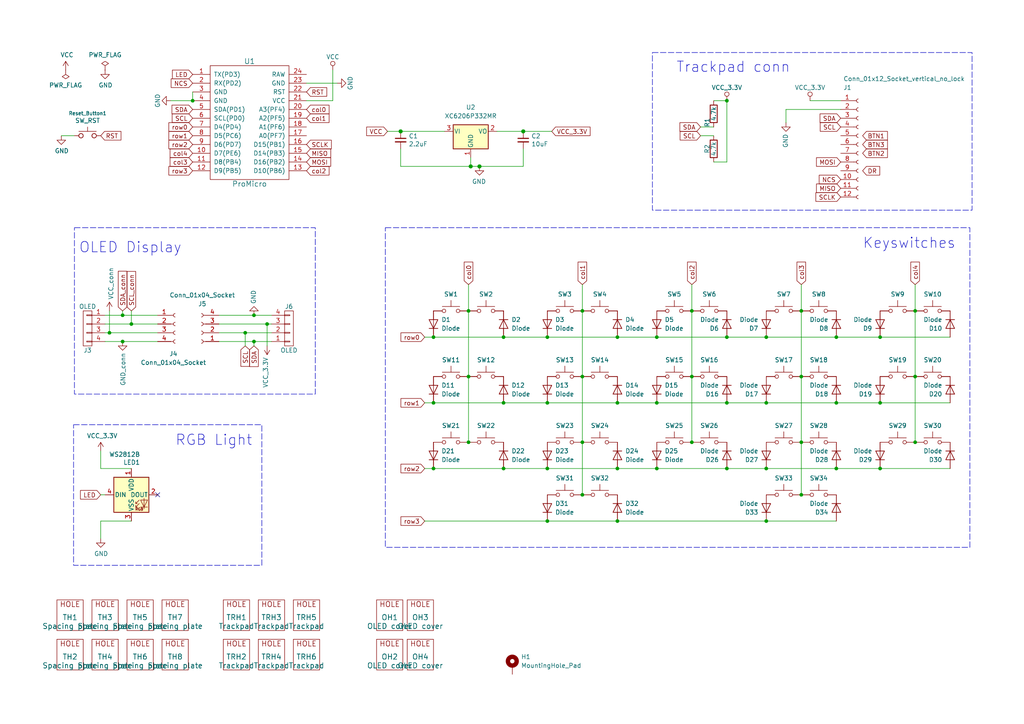
<source format=kicad_sch>
(kicad_sch (version 20231120) (generator "eeschema") (generator_version "8.0")
  (paper "A4")
  (lib_symbols
    (symbol "Connector:Conn_01x04_Socket" (pin_names (offset 1.016) hide)
      (property "Reference" "J" (at 0 5.08 0))
      (property "Value" "Conn_01x04_Socket" (at 0 -7.62 0))
      (symbol "Conn_01x04_Socket_1_1"
        (pin passive line (at -5.08 2.54 0) (length 3.81) (name "Pin_1") (number "1"))
        (pin passive line (at -5.08 0 0) (length 3.81) (name "Pin_2") (number "2"))
        (pin passive line (at -5.08 -2.54 0) (length 3.81) (name "Pin_3") (number "3"))
        (pin passive line (at -5.08 -5.08 0) (length 3.81) (name "Pin_4") (number "4"))
      )
    )
    (symbol "Connector:Conn_01x12_Socket" (pin_names (offset 1.016) hide)
      (property "Reference" "J" (at 0 15.24 0))
      (property "Value" "Conn_01x12_Socket" (at 0 -17.78 0))
      (symbol "Conn_01x12_Socket_1_1"
        (pin passive line (at -5.08 12.7 0) (length 3.81) (name "Pin_1") (number "1"))
        (pin passive line (at -5.08 -10.16 0) (length 3.81) (name "Pin_10") (number "10"))
        (pin passive line (at -5.08 -12.7 0) (length 3.81) (name "Pin_11") (number "11"))
        (pin passive line (at -5.08 -15.24 0) (length 3.81) (name "Pin_12") (number "12"))
        (pin passive line (at -5.08 10.16 0) (length 3.81) (name "Pin_2") (number "2"))
        (pin passive line (at -5.08 7.62 0) (length 3.81) (name "Pin_3") (number "3"))
        (pin passive line (at -5.08 5.08 0) (length 3.81) (name "Pin_4") (number "4"))
        (pin passive line (at -5.08 2.54 0) (length 3.81) (name "Pin_5") (number "5"))
        (pin passive line (at -5.08 0 0) (length 3.81) (name "Pin_6") (number "6"))
        (pin passive line (at -5.08 -2.54 0) (length 3.81) (name "Pin_7") (number "7"))
        (pin passive line (at -5.08 -5.08 0) (length 3.81) (name "Pin_8") (number "8"))
        (pin passive line (at -5.08 -7.62 0) (length 3.81) (name "Pin_9") (number "9"))
      )
    )
    (symbol "Device:C_Small" (pin_numbers hide) (pin_names (offset 0.254) hide)
      (property "Reference" "C" (at 0.254 1.778 0))
      (property "Value" "C_Small" (at 0.254 -2.032 0))
      (symbol "C_Small_1_1"
        (pin passive line (at 0 2.54 270) (length 2.032) (name "~") (number "1"))
        (pin passive line (at 0 -2.54 90) (length 2.032) (name "~") (number "2"))
      )
    )
    (symbol "Device:R" (pin_numbers hide) (pin_names (offset 0))
      (property "Reference" "R" (at 2.032 0 90))
      (property "Value" "R" (at 0 0 90))
      (symbol "R_1_1"
        (pin passive line (at 0 3.81 270) (length 1.27) (name "~") (number "1"))
        (pin passive line (at 0 -3.81 90) (length 1.27) (name "~") (number "2"))
      )
    )
    (symbol "LED:WS2812B" (pin_names (offset 0.254))
      (property "Reference" "D" (at 5.08 5.715 0))
      (property "Value" "WS2812B" (at 1.27 -5.715 0))
      (symbol "WS2812B_0_0"
        (text "RGB" (at 2.286 -4.191 0) (effects (font (size 0.762 0.762))))
      )
      (symbol "WS2812B_1_1"
        (pin power_in line (at 0 7.62 270) (length 2.54) (name "VDD") (number "1"))
        (pin output line (at 7.62 0 180) (length 2.54) (name "DOUT") (number "2"))
        (pin power_in line (at 0 -7.62 90) (length 2.54) (name "VSS") (number "3"))
        (pin input line (at -7.62 0 0) (length 2.54) (name "DIN") (number "4"))
      )
    )
    (symbol "Mechanical:MountingHole_Pad" (pin_numbers hide) (pin_names (offset 1.016) hide) (exclude_from_sim yes) (in_bom no)
      (property "Reference" "H" (at 0 6.35 0))
      (property "Value" "MountingHole_Pad" (at 0 4.445 0))
      (symbol "MountingHole_Pad_1_1"
        (pin input line (at 0 -2.54 90) (length 2.54) (name "1") (number "1"))
      )
    )
    (symbol "Regulator_Linear:XC6206PxxxMR" (pin_names (offset 0.254))
      (property "Reference" "U" (at -3.81 3.175 0))
      (property "Value" "XC6206PxxxMR" (at 0 3.175 0))
      (symbol "XC6206PxxxMR_1_1"
        (pin power_in line (at 0 -7.62 90) (length 2.54) (name "GND") (number "1"))
        (pin power_out line (at 7.62 0 180) (length 2.54) (name "VO") (number "2"))
        (pin power_in line (at -7.62 0 0) (length 2.54) (name "VI") (number "3"))
      )
    )
    (symbol "SofleKeyboard-rescue:D-Lily58-cache-Lily58_Pro-rescue" (pin_numbers hide) (pin_names (offset 1.016) hide)
      (property "Reference" "D" (at 0 2.54 0))
      (property "Value" "D-Lily58-cache-Lily58_Pro-rescue" (at 0 -2.54 0))
      (symbol "D-Lily58-cache-Lily58_Pro-rescue_1_1"
        (pin passive line (at -3.81 0 0) (length 2.54) (name "K") (number "1"))
        (pin passive line (at 3.81 0 180) (length 2.54) (name "A") (number "2"))
      )
    )
    (symbol "SofleKeyboard-rescue:GND-Lily58-cache-Lily58_Pro-rescue" (power) (pin_names (offset 0))
      (property "Value" "GND-Lily58-cache-Lily58_Pro-rescue" (at 0 -3.81 0))
      (symbol "GND-Lily58-cache-Lily58_Pro-rescue_1_1"
        (pin power_in line (at 0 0 0) (length 0) hide (name "GND") (number "1"))
      )
    )
    (symbol "SofleKeyboard-rescue:HOLE-Lily58-cache-Lily58_Pro-rescue" (pin_names (offset 1.016))
      (property "Reference" "U" (at 0 0 0))
      (property "Value" "HOLE-Lily58-cache-Lily58_Pro-rescue" (at 0 -5.08 0))
      (symbol "HOLE-Lily58-cache-Lily58_Pro-rescue_0_0"
        (text "HOLE" (at 0 3.81 0) (effects (font (size 1.524 1.524))))
      )
    )
    (symbol "SofleKeyboard-rescue:OLED-Lily58-cache-Lily58_Pro-rescue" (pin_names (offset 1.016) hide)
      (property "Reference" "J" (at 0 6.35 0))
      (property "Value" "OLED-Lily58-cache-Lily58_Pro-rescue" (at 2.54 0 90))
      (symbol "OLED-Lily58-cache-Lily58_Pro-rescue_1_1"
        (pin passive line (at -5.08 3.81 0) (length 3.81) (name "P1") (number "1"))
        (pin passive line (at -5.08 1.27 0) (length 3.81) (name "P2") (number "2"))
        (pin passive line (at -5.08 -1.27 0) (length 3.81) (name "P3") (number "3"))
        (pin passive line (at -5.08 -3.81 0) (length 3.81) (name "P4") (number "4"))
      )
    )
    (symbol "SofleKeyboard-rescue:ProMicro_2-Lily58-cache-Lily58_Pro-rescue" (pin_names (offset 1.016))
      (property "Reference" "U" (at 0 17.78 0))
      (property "Value" "ProMicro_2-Lily58-cache-Lily58_Pro-rescue" (at 0 -17.78 0))
      (symbol "ProMicro_2-Lily58-cache-Lily58_Pro-rescue_1_1"
        (pin input line (at -16.51 13.97 0) (length 5.08) (name "TX(PD3)") (number "1"))
        (pin input line (at -16.51 -8.89 0) (length 5.08) (name "D7(PE6)") (number "10"))
        (pin input line (at -16.51 -11.43 0) (length 5.08) (name "D8(PB4)") (number "11"))
        (pin input line (at -16.51 -13.97 0) (length 5.08) (name "D9(PB5)") (number "12"))
        (pin input line (at 16.51 -13.97 180) (length 5.08) (name "D10(PB6)") (number "13"))
        (pin input line (at 16.51 -11.43 180) (length 5.08) (name "D16(PB2)") (number "14"))
        (pin input line (at 16.51 -8.89 180) (length 5.08) (name "D14(PB3)") (number "15"))
        (pin input line (at 16.51 -6.35 180) (length 5.08) (name "D15(PB1)") (number "16"))
        (pin input line (at 16.51 -3.81 180) (length 5.08) (name "A0(PF7)") (number "17"))
        (pin input line (at 16.51 -1.27 180) (length 5.08) (name "A1(PF6)") (number "18"))
        (pin input line (at 16.51 1.27 180) (length 5.08) (name "A2(PF5)") (number "19"))
        (pin input line (at -16.51 11.43 0) (length 5.08) (name "RX(PD2)") (number "2"))
        (pin input line (at 16.51 3.81 180) (length 5.08) (name "A3(PF4)") (number "20"))
        (pin input line (at 16.51 6.35 180) (length 5.08) (name "VCC") (number "21"))
        (pin input line (at 16.51 8.89 180) (length 5.08) (name "RST") (number "22"))
        (pin input line (at 16.51 11.43 180) (length 5.08) (name "GND") (number "23"))
        (pin input line (at 16.51 13.97 180) (length 5.08) (name "RAW") (number "24"))
        (pin input line (at -16.51 8.89 0) (length 5.08) (name "GND") (number "3"))
        (pin input line (at -16.51 6.35 0) (length 5.08) (name "GND") (number "4"))
        (pin input line (at -16.51 3.81 0) (length 5.08) (name "SDA(PD1)") (number "5"))
        (pin input line (at -16.51 1.27 0) (length 5.08) (name "SCL(PD0)") (number "6"))
        (pin input line (at -16.51 -1.27 0) (length 5.08) (name "D4(PD4)") (number "7"))
        (pin input line (at -16.51 -3.81 0) (length 5.08) (name "D5(PC6)") (number "8"))
        (pin input line (at -16.51 -6.35 0) (length 5.08) (name "D6(PD7)") (number "9"))
      )
    )
    (symbol "SofleKeyboard-rescue:SW_RST-Lily58-cache-Lily58_Pro-rescue" (pin_numbers hide) (pin_names (offset 1.016) hide)
      (property "Reference" "RSW" (at 2.54 2.54 0))
      (property "Value" "SW_RST-Lily58-cache-Lily58_Pro-rescue" (at 0 -2.54 0))
      (symbol "SW_RST-Lily58-cache-Lily58_Pro-rescue_0_1"
        (pin passive inverted (at -3.81 0 0) (length 2.54) (name "1") (number "1"))
        (pin passive inverted (at 3.81 0 180) (length 2.54) (name "2") (number "2"))
      )
    )
    (symbol "SofleKeyboard-rescue:VCC-Lily58-cache-Lily58_Pro-rescue" (power) (pin_names (offset 0))
      (property "Value" "VCC-Lily58-cache-Lily58_Pro-rescue" (at 0 3.81 0))
      (symbol "VCC-Lily58-cache-Lily58_Pro-rescue_1_1"
        (pin power_in line (at 0 0 90) (length 0) hide (name "VCC") (number "1"))
      )
    )
    (symbol "Switch:SW_Push" (pin_numbers hide) (pin_names (offset 1.016) hide)
      (property "Reference" "SW" (at 1.27 2.54 0))
      (property "Value" "SW_Push" (at 0 -1.524 0))
      (symbol "SW_Push_0_1"
        (pin passive line (at -5.08 0 0) (length 2.54) (name "1") (number "1"))
        (pin passive line (at 5.08 0 180) (length 2.54) (name "2") (number "2"))
      )
    )
    (symbol "power:GND" (power) (pin_names (offset 0))
      (property "Value" "GND" (at 0 -3.81 0))
      (symbol "GND_1_1"
        (pin power_in line (at 0 0 270) (length 0) hide (name "GND") (number "1"))
      )
    )
    (symbol "power:PWR_FLAG" (power) (pin_numbers hide) (pin_names (offset 0) hide)
      (property "Value" "PWR_FLAG" (at 0 3.81 0))
      (symbol "PWR_FLAG_0_0"
        (pin power_out line (at 0 0 90) (length 0) (name "pwr") (number "1"))
      )
    )
    (symbol "power:VCC" (power) (pin_names (offset 0))
      (property "Value" "VCC" (at 0 3.81 0))
      (symbol "VCC_1_1"
        (pin power_in line (at 0 0 90) (length 0) hide (name "VCC") (number "1"))
      )
    )
  )
  (junction (at 35.56 91.44))
  (junction (at 232.41 143.51))
  (junction (at 135.89 128.27))
  (junction (at 125.73 116.84))
  (junction (at 125.73 97.79))
  (junction (at 77.47 93.98))
  (junction (at 200.66 90.17))
  (junction (at 146.05 116.84))
  (junction (at 232.41 90.17))
  (junction (at 38.1 93.98))
  (junction (at 210.82 29.21))
  (junction (at 232.41 128.27))
  (junction (at 139.065 48.26) (diameter 1.016))
  (junction (at 265.43 128.27))
  (junction (at 190.5 97.79))
  (junction (at 222.25 97.79))
  (junction (at 179.07 135.89))
  (junction (at 265.43 90.17))
  (junction (at 190.5 135.89))
  (junction (at 179.07 151.13))
  (junction (at 242.57 97.79))
  (junction (at 179.07 97.79))
  (junction (at 55.88 29.21))
  (junction (at 255.27 97.79))
  (junction (at 222.25 151.13))
  (junction (at 158.75 116.84))
  (junction (at 158.75 135.89))
  (junction (at 116.205 38.1) (diameter 1.016))
  (junction (at 35.56 99.06))
  (junction (at 190.5 116.84))
  (junction (at 200.66 128.27))
  (junction (at 242.57 135.89))
  (junction (at 146.05 135.89))
  (junction (at 210.82 97.79))
  (junction (at 255.27 135.89))
  (junction (at 146.05 97.79))
  (junction (at 222.25 116.84))
  (junction (at 125.73 135.89))
  (junction (at 210.82 135.89))
  (junction (at 158.75 97.79))
  (junction (at 179.07 116.84))
  (junction (at 136.525 48.26) (diameter 1.016))
  (junction (at 265.43 109.22))
  (junction (at 73.66 91.44))
  (junction (at 168.91 128.27))
  (junction (at 242.57 116.84))
  (junction (at 168.91 143.51))
  (junction (at 255.27 116.84))
  (junction (at 135.89 109.22))
  (junction (at 158.75 151.13))
  (junction (at 200.66 109.22))
  (junction (at 135.89 90.17))
  (junction (at 168.91 90.17))
  (junction (at 210.82 116.84))
  (junction (at 151.765 38.1) (diameter 1.016))
  (junction (at 31.75 96.52))
  (junction (at 222.25 135.89))
  (junction (at 168.91 109.22))
  (junction (at 232.41 109.22))
  (junction (at 73.66 99.06))
  (junction (at 71.12 96.52))
  (no_connect (at 45.72 143.51))
  (wire (pts (xy 146.05 135.89) (xy 158.75 135.89)))
  (wire (pts (xy 29.21 135.89) (xy 38.1 135.89)))
  (wire (pts (xy 222.25 116.84) (xy 210.82 116.84)))
  (wire (pts (xy 35.56 91.44) (xy 45.72 91.44)))
  (wire (pts (xy 275.59 135.89) (xy 255.27 135.89)))
  (wire (pts (xy 30.48 93.98) (xy 38.1 93.98)))
  (wire (pts (xy 78.74 99.06) (xy 73.66 99.06)))
  (wire (pts (xy 168.91 109.22) (xy 168.91 128.27)))
  (wire (pts (xy 275.59 116.84) (xy 255.27 116.84)))
  (wire (pts (xy 144.145 38.1) (xy 151.765 38.1)))
  (wire (pts (xy 38.1 93.98) (xy 45.72 93.98)))
  (wire (pts (xy 125.73 135.89) (xy 146.05 135.89)))
  (wire (pts (xy 190.5 116.84) (xy 210.82 116.84)))
  (wire (pts (xy 255.27 97.79) (xy 242.57 97.79)))
  (wire (pts (xy 29.21 130.81) (xy 29.21 135.89)))
  (wire (pts (xy 207.01 46.99) (xy 210.82 46.99)))
  (wire (pts (xy 200.66 109.22) (xy 200.66 128.27)))
  (wire (pts (xy 123.19 135.89) (xy 125.73 135.89)))
  (wire (pts (xy 29.21 143.51) (xy 30.48 143.51)))
  (wire (pts (xy 38.1 90.17) (xy 38.1 93.98)))
  (wire (pts (xy 242.57 116.84) (xy 222.25 116.84)))
  (wire (pts (xy 77.47 100.33) (xy 77.47 93.98)))
  (wire (pts (xy 125.73 116.84) (xy 146.05 116.84)))
  (wire (pts (xy 158.75 97.79) (xy 179.07 97.79)))
  (wire (pts (xy 123.19 97.79) (xy 125.73 97.79)))
  (wire (pts (xy 96.52 20.32) (xy 96.52 29.21)))
  (wire (pts (xy 135.89 82.55) (xy 135.89 90.17)))
  (wire (pts (xy 116.205 48.26) (xy 136.525 48.26)))
  (wire (pts (xy 77.47 93.98) (xy 63.5 93.98)))
  (wire (pts (xy 200.66 90.17) (xy 200.66 109.22)))
  (wire (pts (xy 88.9 29.21) (xy 96.52 29.21)))
  (wire (pts (xy 31.75 90.17) (xy 31.75 96.52)))
  (wire (pts (xy 30.48 91.44) (xy 35.56 91.44)))
  (wire (pts (xy 265.43 90.17) (xy 265.43 109.22)))
  (wire (pts (xy 78.74 96.52) (xy 71.12 96.52)))
  (wire (pts (xy 31.75 96.52) (xy 45.72 96.52)))
  (wire (pts (xy 179.07 116.84) (xy 190.5 116.84)))
  (wire (pts (xy 71.12 96.52) (xy 63.5 96.52)))
  (wire (pts (xy 29.21 151.13) (xy 29.21 156.21)))
  (wire (pts (xy 73.66 91.44) (xy 63.5 91.44)))
  (wire (pts (xy 55.88 26.67) (xy 55.88 29.21)))
  (wire (pts (xy 227.965 35.56) (xy 227.965 31.75)))
  (wire (pts (xy 146.05 97.79) (xy 158.75 97.79)))
  (wire (pts (xy 232.41 82.55) (xy 232.41 90.17)))
  (wire (pts (xy 190.5 97.79) (xy 210.82 97.79)))
  (wire (pts (xy 275.59 97.79) (xy 255.27 97.79)))
  (wire (pts (xy 125.73 97.79) (xy 146.05 97.79)))
  (wire (pts (xy 139.065 48.26) (xy 151.765 48.26)))
  (wire (pts (xy 71.12 100.33) (xy 71.12 96.52)))
  (wire (pts (xy 135.89 90.17) (xy 135.89 109.22)))
  (wire (pts (xy 146.05 116.84) (xy 158.75 116.84)))
  (wire (pts (xy 78.74 93.98) (xy 77.47 93.98)))
  (wire (pts (xy 168.91 90.17) (xy 168.91 109.22)))
  (wire (pts (xy 227.965 31.75) (xy 243.84 31.75)))
  (wire (pts (xy 203.2 36.83) (xy 207.01 36.83)))
  (wire (pts (xy 158.75 116.84) (xy 179.07 116.84)))
  (wire (pts (xy 151.765 38.1) (xy 160.02 38.1)))
  (wire (pts (xy 242.57 151.13) (xy 222.25 151.13)))
  (wire (pts (xy 232.41 128.27) (xy 232.41 143.51)))
  (wire (pts (xy 55.88 29.21) (xy 49.53 29.21)))
  (wire (pts (xy 78.74 91.44) (xy 73.66 91.44)))
  (wire (pts (xy 265.43 82.55) (xy 265.43 90.17)))
  (wire (pts (xy 30.48 96.52) (xy 31.75 96.52)))
  (wire (pts (xy 136.525 48.26) (xy 139.065 48.26)))
  (wire (pts (xy 73.66 99.06) (xy 63.5 99.06)))
  (wire (pts (xy 35.56 99.06) (xy 45.72 99.06)))
  (wire (pts (xy 135.89 109.22) (xy 135.89 128.27)))
  (wire (pts (xy 210.82 29.21) (xy 210.82 46.99)))
  (wire (pts (xy 232.41 90.17) (xy 232.41 109.22)))
  (wire (pts (xy 234.95 29.21) (xy 243.84 29.21)))
  (wire (pts (xy 168.91 82.55) (xy 168.91 90.17)))
  (wire (pts (xy 179.07 135.89) (xy 190.5 135.89)))
  (wire (pts (xy 222.25 135.89) (xy 210.82 135.89)))
  (wire (pts (xy 123.19 116.84) (xy 125.73 116.84)))
  (wire (pts (xy 116.205 38.1) (xy 128.905 38.1)))
  (wire (pts (xy 255.27 116.84) (xy 242.57 116.84)))
  (wire (pts (xy 200.66 82.55) (xy 200.66 90.17)))
  (wire (pts (xy 35.56 90.17) (xy 35.56 91.44)))
  (wire (pts (xy 179.07 151.13) (xy 222.25 151.13)))
  (wire (pts (xy 112.395 38.1) (xy 116.205 38.1)))
  (wire (pts (xy 242.57 97.79) (xy 222.25 97.79)))
  (wire (pts (xy 116.205 43.18) (xy 116.205 48.26)))
  (wire (pts (xy 158.75 135.89) (xy 179.07 135.89)))
  (wire (pts (xy 207.01 29.21) (xy 210.82 29.21)))
  (wire (pts (xy 158.75 151.13) (xy 179.07 151.13)))
  (wire (pts (xy 123.19 151.13) (xy 158.75 151.13)))
  (wire (pts (xy 136.525 45.72) (xy 136.525 48.26)))
  (wire (pts (xy 88.9 24.13) (xy 97.79 24.13)))
  (wire (pts (xy 29.21 151.13) (xy 38.1 151.13)))
  (wire (pts (xy 73.66 100.33) (xy 73.66 99.06)))
  (wire (pts (xy 179.07 97.79) (xy 190.5 97.79)))
  (wire (pts (xy 151.765 43.18) (xy 151.765 48.26)))
  (wire (pts (xy 190.5 135.89) (xy 210.82 135.89)))
  (wire (pts (xy 17.78 39.37) (xy 21.59 39.37)))
  (wire (pts (xy 30.48 99.06) (xy 35.56 99.06)))
  (wire (pts (xy 222.25 97.79) (xy 210.82 97.79)))
  (wire (pts (xy 242.57 135.89) (xy 222.25 135.89)))
  (wire (pts (xy 232.41 109.22) (xy 232.41 128.27)))
  (wire (pts (xy 203.2 39.37) (xy 207.01 39.37)))
  (wire (pts (xy 265.43 109.22) (xy 265.43 128.27)))
  (wire (pts (xy 255.27 135.89) (xy 242.57 135.89)))
  (wire (pts (xy 168.91 128.27) (xy 168.91 143.51)))
  (rectangle (start 111.76 66.04) (end 281.305 158.75) (stroke (width 0) (type dash)))
  (rectangle (start 21.59 66.04) (end 91.44 114.3) (stroke (width 0) (type dash)))
  (rectangle (start 189.23 15.24) (end 281.94 60.96) (stroke (width 0) (type dash)))
  (rectangle (start 21.336 123.19) (end 75.946 163.957) (stroke (width 0) (type dash)))
  (text "RGB Light" (at 50.8 129.54 0) (effects (font (size 2.9972 2.9972)) (justify left bottom)))
  (text "Trackpad conn" (at 196.088 21.336 0) (effects (font (size 2.9972 2.9972)) (justify left bottom)))
  (text "OLED Display" (at 22.86 73.66 0) (effects (font (size 2.9972 2.9972)) (justify left bottom)))
  (text "Keyswitches" (at 250.19 72.39 0) (effects (font (size 2.9972 2.9972)) (justify left bottom)))
  (global_label "row0" (shape input) (at 55.88 36.83 180) (property "Intersheetrefs" "${INTERSHEET_REFS}" (effects (hide yes))))
  (global_label "row1" (shape input) (at 55.88 39.37 180) (property "Intersheetrefs" "${INTERSHEET_REFS}" (effects (hide yes))))
  (global_label "row0" (shape input) (at 123.19 97.79 180) (property "Intersheetrefs" "${INTERSHEET_REFS}" (effects (hide yes))))
  (global_label "RST" (shape input) (at 88.9 26.67 0) (property "Intersheetrefs" "${INTERSHEET_REFS}" (effects (hide yes))))
  (global_label "col3" (shape input) (at 55.88 46.99 180) (property "Intersheetrefs" "${INTERSHEET_REFS}" (effects (hide yes))))
  (global_label "col1" (shape input) (at 168.91 82.55 90) (property "Intersheetrefs" "${INTERSHEET_REFS}" (effects (hide yes))))
  (global_label "NCS" (shape input) (at 243.84 52.07 180) (property "Intersheetrefs" "${INTERSHEET_REFS}" (effects (hide yes))))
  (global_label "SDA" (shape input) (at 243.84 34.29 180) (property "Intersheetrefs" "${INTERSHEET_REFS}" (effects (hide yes))))
  (global_label "row2" (shape input) (at 123.19 135.89 180) (property "Intersheetrefs" "${INTERSHEET_REFS}" (effects (hide yes))))
  (global_label "LED" (shape input) (at 29.21 143.51 180) (property "Intersheetrefs" "${INTERSHEET_REFS}" (effects (hide yes))))
  (global_label "BTN3" (shape input) (at 250.19 41.91 0) (property "Intersheetrefs" "${INTERSHEET_REFS}" (effects (hide yes))))
  (global_label "col2" (shape input) (at 200.66 82.55 90) (property "Intersheetrefs" "${INTERSHEET_REFS}" (effects (hide yes))))
  (global_label "row3" (shape input) (at 123.19 151.13 180) (property "Intersheetrefs" "${INTERSHEET_REFS}" (effects (hide yes))))
  (global_label "col4" (shape input) (at 55.88 44.45 180) (property "Intersheetrefs" "${INTERSHEET_REFS}" (effects (hide yes))))
  (global_label "VCC" (shape input) (at 112.395 38.1 180) (property "Intersheetrefs" "${INTERSHEET_REFS}" (effects (hide yes))))
  (global_label "MISO" (shape input) (at 88.9 44.45 0) (property "Intersheetrefs" "${INTERSHEET_REFS}" (effects (hide yes))))
  (global_label "SCLK" (shape input) (at 88.9 41.91 0) (property "Intersheetrefs" "${INTERSHEET_REFS}" (effects (hide yes))))
  (global_label "SDA" (shape input) (at 203.2 36.83 180) (property "Intersheetrefs" "${INTERSHEET_REFS}" (effects (hide yes))))
  (global_label "NCS" (shape input) (at 55.88 24.13 180) (property "Intersheetrefs" "${INTERSHEET_REFS}" (effects (hide yes))))
  (global_label "col0" (shape input) (at 88.9 31.75 0) (property "Intersheetrefs" "${INTERSHEET_REFS}" (effects (hide yes))))
  (global_label "SDA_conn" (shape input) (at 35.56 90.17 90) (property "Intersheetrefs" "${INTERSHEET_REFS}" (effects (hide yes))))
  (global_label "row2" (shape input) (at 55.88 41.91 180) (property "Intersheetrefs" "${INTERSHEET_REFS}" (effects (hide yes))))
  (global_label "col1" (shape input) (at 88.9 34.29 0) (property "Intersheetrefs" "${INTERSHEET_REFS}" (effects (hide yes))))
  (global_label "col2" (shape input) (at 88.9 49.53 0) (property "Intersheetrefs" "${INTERSHEET_REFS}" (effects (hide yes))))
  (global_label "row1" (shape input) (at 123.19 116.84 180) (property "Intersheetrefs" "${INTERSHEET_REFS}" (effects (hide yes))))
  (global_label "BTN2" (shape input) (at 250.19 44.45 0) (property "Intersheetrefs" "${INTERSHEET_REFS}" (effects (hide yes))))
  (global_label "VCC_3.3V" (shape input) (at 160.02 38.1 0) (property "Intersheetrefs" "${INTERSHEET_REFS}" (effects (hide yes))))
  (global_label "SCL" (shape input) (at 71.12 100.33 270) (property "Intersheetrefs" "${INTERSHEET_REFS}" (effects (hide yes))))
  (global_label "SDA" (shape input) (at 55.88 31.75 180) (property "Intersheetrefs" "${INTERSHEET_REFS}" (effects (hide yes))))
  (global_label "col4" (shape input) (at 265.43 82.55 90) (property "Intersheetrefs" "${INTERSHEET_REFS}" (effects (hide yes))))
  (global_label "col3" (shape input) (at 232.41 82.55 90) (property "Intersheetrefs" "${INTERSHEET_REFS}" (effects (hide yes))))
  (global_label "row3" (shape input) (at 55.88 49.53 180) (property "Intersheetrefs" "${INTERSHEET_REFS}" (effects (hide yes))))
  (global_label "BTN1" (shape input) (at 250.19 39.37 0) (property "Intersheetrefs" "${INTERSHEET_REFS}" (effects (hide yes))))
  (global_label "MISO" (shape input) (at 243.84 54.61 180) (property "Intersheetrefs" "${INTERSHEET_REFS}" (effects (hide yes))))
  (global_label "col0" (shape input) (at 135.89 82.55 90) (property "Intersheetrefs" "${INTERSHEET_REFS}" (effects (hide yes))))
  (global_label "SCL_conn" (shape input) (at 38.1 90.17 90) (property "Intersheetrefs" "${INTERSHEET_REFS}" (effects (hide yes))))
  (global_label "RST" (shape input) (at 29.21 39.37 0) (property "Intersheetrefs" "${INTERSHEET_REFS}" (effects (hide yes))))
  (global_label "SCL" (shape input) (at 55.88 34.29 180) (property "Intersheetrefs" "${INTERSHEET_REFS}" (effects (hide yes))))
  (global_label "SCLK" (shape input) (at 243.84 57.15 180) (property "Intersheetrefs" "${INTERSHEET_REFS}" (effects (hide yes))))
  (global_label "SCL" (shape input) (at 203.2 39.37 180) (property "Intersheetrefs" "${INTERSHEET_REFS}" (effects (hide yes))))
  (global_label "SDA" (shape input) (at 73.66 100.33 270) (property "Intersheetrefs" "${INTERSHEET_REFS}" (effects (hide yes))))
  (global_label "MOSI" (shape input) (at 243.84 46.99 180) (property "Intersheetrefs" "${INTERSHEET_REFS}" (effects (hide yes))))
  (global_label "MOSI" (shape input) (at 88.9 46.99 0) (property "Intersheetrefs" "${INTERSHEET_REFS}" (effects (hide yes))))
  (global_label "DR" (shape input) (at 250.19 49.53 0) (property "Intersheetrefs" "${INTERSHEET_REFS}" (effects (hide yes))))
  (global_label "LED" (shape input) (at 55.88 21.59 180) (property "Intersheetrefs" "${INTERSHEET_REFS}" (effects (hide yes))))
  (global_label "SCL" (shape input) (at 243.84 36.83 180) (property "Intersheetrefs" "${INTERSHEET_REFS}" (effects (hide yes))))
  (symbol (lib_id "SofleKeyboard-rescue:ProMicro_2-Lily58-cache-Lily58_Pro-rescue") (at 72.39 35.56 0) (unit 1)
    (property "Reference" "U1" (at 72.39 17.78 0) (effects (font (size 1.524 1.524))))
    (property "Value" "ProMicro" (at 72.39 53.34 0) (effects (font (size 1.524 1.524))))
    (property "Footprint" "jw_custom_footprints:ProMicro_1.1mm_hole_only" (effects (hide yes)))
  )
  (symbol (lib_id "Switch:SW_Push") (at 140.97 128.27 0) (unit 1)
    (property "Reference" "SW22" (at 140.97 123.444 0))
    (property "Value" "${REFERENCE}" (effects (hide yes)))
    (property "Footprint" "jw_custom_footprints:CherryMX_Hotswap_single_side" (effects (hide yes)))
  )
  (symbol (lib_id "power:VCC") (at 19.05 20.32 0) (unit 1)
    (property "Reference" "#PWR01" (effects (hide yes)))
    (property "Value" "VCC" (at 19.431 15.9258 0))
  )
  (symbol (lib_id "SofleKeyboard-rescue:SW_RST-Lily58-cache-Lily58_Pro-rescue") (at 25.4 39.37 0) (unit 1)
    (property "Reference" "Reset_Button1" (at 25.4 32.8676 0) (effects (font (size 1.016 1.016))))
    (property "Value" "SW_RST" (at 25.4 34.9758 0))
    (property "Footprint" "Button_Switch_SMD:SW_SPST_TL3342" (effects (hide yes)))
  )
  (symbol (lib_id "SofleKeyboard-rescue:D-Lily58-cache-Lily58_Pro-rescue") (at 158.75 113.03 90) (unit 1)
    (property "Reference" "D13" (at 161.036 111.76 90) (effects (justify right)))
    (property "Value" "Diode" (at 161.036 114.3 90) (effects (justify right)))
    (property "Footprint" "jw_custom_footprints:Diode_SOD123_SMD" (effects (hide yes)))
  )
  (symbol (lib_id "SofleKeyboard-rescue:D-Lily58-cache-Lily58_Pro-rescue") (at 222.25 93.98 90) (unit 1)
    (property "Reference" "D7" (at 219.964 95.25 90) (effects (justify left)))
    (property "Value" "Diode" (at 219.964 92.71 90) (effects (justify left)))
    (property "Footprint" "jw_custom_footprints:Diode_SOD123_SMD" (effects (hide yes)))
  )
  (symbol (lib_id "SofleKeyboard-rescue:HOLE-Lily58-cache-Lily58_Pro-rescue") (at 78.74 190.5 0) (unit 1)
    (property "Reference" "TRH4" (at 78.74 190.5 0) (effects (font (size 1.524 1.524))))
    (property "Value" "Trackpad" (at 78.74 193.04 0) (effects (font (size 1.524 1.524))))
    (property "Footprint" "MountingHole:MountingHole_3.2mm_M3" (effects (hide yes)))
  )
  (symbol (lib_id "Switch:SW_Push") (at 270.51 128.27 0) (unit 1)
    (property "Reference" "SW30" (at 270.51 123.444 0))
    (property "Value" "${REFERENCE}" (effects (hide yes)))
    (property "Footprint" "jw_custom_footprints:CherryMX_Hotswap_single_side" (effects (hide yes)))
  )
  (symbol (lib_id "Device:R") (at 207.01 33.02 180) (unit 1)
    (property "Reference" "R1" (at 205.105 35.56 90))
    (property "Value" "4.7k" (at 207.01 33.02 90))
    (property "Footprint" "Resistor_SMD:R_1206_3216Metric_Pad1.30x1.75mm_HandSolder" (effects (hide yes)))
    (property "LCSC" "C269746" (effects (hide yes)))
  )
  (symbol (lib_id "SofleKeyboard-rescue:D-Lily58-cache-Lily58_Pro-rescue") (at 222.25 113.03 90) (unit 1)
    (property "Reference" "D17" (at 219.964 114.3 90) (effects (justify left)))
    (property "Value" "Diode" (at 219.964 111.76 90) (effects (justify left)))
    (property "Footprint" "jw_custom_footprints:Diode_SOD123_SMD" (effects (hide yes)))
  )
  (symbol (lib_id "SofleKeyboard-rescue:D-Lily58-cache-Lily58_Pro-rescue") (at 179.07 93.98 270) (unit 1)
    (property "Reference" "D4" (at 181.356 92.71 90) (effects (justify left)))
    (property "Value" "Diode" (at 181.356 95.25 90) (effects (justify left)))
    (property "Footprint" "jw_custom_footprints:Diode_SOD123_SMD" (effects (hide yes)))
  )
  (symbol (lib_id "Device:R") (at 207.01 43.18 0) (unit 1)
    (property "Reference" "R2" (at 205.105 43.18 90))
    (property "Value" "4.7k" (at 207.01 43.18 90))
    (property "Footprint" "Resistor_SMD:R_1206_3216Metric_Pad1.30x1.75mm_HandSolder" (effects (hide yes)))
    (property "LCSC" "C269746" (effects (hide yes)))
  )
  (symbol (lib_id "Mechanical:MountingHole_Pad") (at 148.59 193.04 0) (unit 1) (exclude_from_sim yes) (in_bom no)
    (property "Reference" "H1" (at 151.13 190.4999 0) (effects (justify left)))
    (property "Value" "MountingHole_Pad" (at 151.13 193.0399 0) (effects (justify left)))
    (property "Footprint" "jw_custom_image:square_1" (effects (hide yes)))
    (property "Description" "Mounting Hole with connection" (effects (hide yes)))
  )
  (symbol (lib_id "SofleKeyboard-rescue:VCC-Lily58-cache-Lily58_Pro-rescue") (at 96.52 20.32 0) (unit 1)
    (property "Reference" "#PWR014" (effects (hide yes)))
    (property "Value" "VCC" (at 96.52 16.51 0))
  )
  (symbol (lib_id "power:GND") (at 30.48 20.32 0) (unit 1)
    (property "Reference" "#PWR02" (effects (hide yes)))
    (property "Value" "GND" (at 30.607 24.7142 0))
  )
  (symbol (lib_id "SofleKeyboard-rescue:D-Lily58-cache-Lily58_Pro-rescue") (at 255.27 132.08 90) (unit 1)
    (property "Reference" "D29" (at 252.984 133.35 90) (effects (justify left)))
    (property "Value" "Diode" (at 252.984 130.81 90) (effects (justify left)))
    (property "Footprint" "jw_custom_footprints:Diode_SOD123_SMD" (effects (hide yes)))
  )
  (symbol (lib_id "power:GND") (at 73.66 91.44 180) (unit 1)
    (property "Reference" "#PWR08" (effects (hide yes)))
    (property "Value" "GND" (at 73.533 88.1888 90) (effects (justify right)))
  )
  (symbol (lib_id "Switch:SW_Push") (at 173.99 109.22 0) (unit 1)
    (property "Reference" "SW14" (at 173.99 104.394 0))
    (property "Value" "${REFERENCE}" (effects (hide yes)))
    (property "Footprint" "jw_custom_footprints:CherryMX_Hotswap_single_side" (effects (hide yes)))
  )
  (symbol (lib_id "Switch:SW_Push") (at 237.49 143.51 0) (unit 1)
    (property "Reference" "SW34" (at 237.49 138.684 0))
    (property "Value" "${REFERENCE}" (effects (hide yes)))
    (property "Footprint" "jw_custom_footprints:CherryMX_Hotswap_single_side" (effects (hide yes)))
  )
  (symbol (lib_id "SofleKeyboard-rescue:HOLE-Lily58-cache-Lily58_Pro-rescue") (at 20.32 179.07 0) (unit 1)
    (property "Reference" "TH1" (at 20.32 179.07 0) (effects (font (size 1.524 1.524))))
    (property "Value" "Spacing plate" (at 20.32 181.61 0) (effects (font (size 1.524 1.524))))
    (property "Footprint" "MountingHole:MountingHole_3.2mm_M3" (effects (hide yes)))
  )
  (symbol (lib_id "SofleKeyboard-rescue:D-Lily58-cache-Lily58_Pro-rescue") (at 242.57 93.98 270) (unit 1)
    (property "Reference" "D8" (at 240.284 95.25 90) (effects (justify right)))
    (property "Value" "Diode" (at 240.284 92.71 90) (effects (justify right)))
    (property "Footprint" "jw_custom_footprints:Diode_SOD123_SMD" (effects (hide yes)))
  )
  (symbol (lib_id "Switch:SW_Push") (at 205.74 109.22 0) (unit 1)
    (property "Reference" "SW16" (at 205.74 104.394 0))
    (property "Value" "${REFERENCE}" (effects (hide yes)))
    (property "Footprint" "jw_custom_footprints:CherryMX_Hotswap_single_side" (effects (hide yes)))
  )
  (symbol (lib_id "Regulator_Linear:XC6206PxxxMR") (at 136.525 38.1 0) (unit 1)
    (property "Reference" "U2" (at 136.525 31.115 0))
    (property "Value" "XC6206P332MR" (at 136.525 33.655 0))
    (property "Footprint" "Package_TO_SOT_SMD:TSOT-23_HandSoldering" (effects (hide yes)))
    (property "Datasheet" "https://www.torexsemi.com/file/xc6206/XC6206.pdf" (effects (hide yes)))
    (property "LCSC" "C347376" (effects (hide yes)))
  )
  (symbol (lib_id "SofleKeyboard-rescue:HOLE-Lily58-cache-Lily58_Pro-rescue") (at 40.64 190.5 0) (unit 1)
    (property "Reference" "TH6" (at 40.64 190.5 0) (effects (font (size 1.524 1.524))))
    (property "Value" "Spacing plate" (at 40.64 193.04 0) (effects (font (size 1.524 1.524))))
    (property "Footprint" "MountingHole:MountingHole_3.2mm_M3" (effects (hide yes)))
  )
  (symbol (lib_id "SofleKeyboard-rescue:D-Lily58-cache-Lily58_Pro-rescue") (at 158.75 147.32 90) (unit 1)
    (property "Reference" "D31" (at 161.036 146.05 90) (effects (justify right)))
    (property "Value" "Diode" (at 161.036 148.59 90) (effects (justify right)))
    (property "Footprint" "jw_custom_footprints:Diode_SOD123_SMD" (effects (hide yes)))
  )
  (symbol (lib_id "Switch:SW_Push") (at 237.49 90.17 0) (unit 1)
    (property "Reference" "SW8" (at 237.49 85.344 0))
    (property "Value" "${REFERENCE}" (effects (hide yes)))
    (property "Footprint" "jw_custom_footprints:CherryMX_Hotswap_single_side" (effects (hide yes)))
  )
  (symbol (lib_id "SofleKeyboard-rescue:HOLE-Lily58-cache-Lily58_Pro-rescue") (at 113.03 190.5 0) (unit 1)
    (property "Reference" "OH2" (at 113.03 190.5 0) (effects (font (size 1.524 1.524))))
    (property "Value" "OLED cover" (at 113.03 193.04 0) (effects (font (size 1.524 1.524))))
    (property "Footprint" "MountingHole:MountingHole_2.2mm_M2_ISO7380_Pad" (effects (hide yes)))
  )
  (symbol (lib_id "SofleKeyboard-rescue:VCC-Lily58-cache-Lily58_Pro-rescue") (at 234.95 29.21 0) (mirror y) (unit 1)
    (property "Reference" "#PWR016" (effects (hide yes)))
    (property "Value" "VCC_3.3V" (at 234.95 25.4 0))
  )
  (symbol (lib_id "SofleKeyboard-rescue:D-Lily58-cache-Lily58_Pro-rescue") (at 275.59 113.03 270) (unit 1)
    (property "Reference" "D20" (at 273.304 114.3 90) (effects (justify right)))
    (property "Value" "Diode" (at 273.304 111.76 90) (effects (justify right)))
    (property "Footprint" "jw_custom_footprints:Diode_SOD123_SMD" (effects (hide yes)))
  )
  (symbol (lib_id "SofleKeyboard-rescue:HOLE-Lily58-cache-Lily58_Pro-rescue") (at 88.9 190.5 0) (unit 1)
    (property "Reference" "TRH6" (at 88.9 190.5 0) (effects (font (size 1.524 1.524))))
    (property "Value" "Trackpad" (at 88.9 193.04 0) (effects (font (size 1.524 1.524))))
    (property "Footprint" "MountingHole:MountingHole_3.2mm_M3" (effects (hide yes)))
  )
  (symbol (lib_id "SofleKeyboard-rescue:D-Lily58-cache-Lily58_Pro-rescue") (at 158.75 132.08 90) (unit 1)
    (property "Reference" "D23" (at 161.036 130.81 90) (effects (justify right)))
    (property "Value" "Diode" (at 161.036 133.35 90) (effects (justify right)))
    (property "Footprint" "jw_custom_footprints:Diode_SOD123_SMD" (effects (hide yes)))
  )
  (symbol (lib_id "Switch:SW_Push") (at 237.49 109.22 0) (unit 1)
    (property "Reference" "SW18" (at 237.49 104.394 0))
    (property "Value" "${REFERENCE}" (effects (hide yes)))
    (property "Footprint" "jw_custom_footprints:CherryMX_Hotswap_single_side" (effects (hide yes)))
  )
  (symbol (lib_id "Connector:Conn_01x04_Socket") (at 50.8 93.98 0) (unit 1)
    (property "Reference" "J4" (at 50.292 102.616 0))
    (property "Value" "Conn_01x04_Socket" (at 50.292 105.156 0))
    (property "Footprint" "Connector_FFC-FPC:Molex_200528-0040_1x04-1MP_P1.00mm_Horizontal" (effects (hide yes)))
    (property "Description" "Generic connector, single row, 01x04, script generated" (effects (hide yes)))
  )
  (symbol (lib_id "Switch:SW_Push") (at 163.83 128.27 0) (unit 1)
    (property "Reference" "SW23" (at 163.83 123.444 0))
    (property "Value" "${REFERENCE}" (effects (hide yes)))
    (property "Footprint" "jw_custom_footprints:CherryMX_Hotswap_single_side" (effects (hide yes)))
  )
  (symbol (lib_id "SofleKeyboard-rescue:HOLE-Lily58-cache-Lily58_Pro-rescue") (at 30.48 190.5 0) (unit 1)
    (property "Reference" "TH4" (at 30.48 190.5 0) (effects (font (size 1.524 1.524))))
    (property "Value" "Spacing plate" (at 30.48 193.04 0) (effects (font (size 1.524 1.524))))
    (property "Footprint" "MountingHole:MountingHole_3.2mm_M3" (effects (hide yes)))
  )
  (symbol (lib_id "Switch:SW_Push") (at 130.81 109.22 0) (unit 1)
    (property "Reference" "SW11" (at 130.81 104.394 0))
    (property "Value" "${REFERENCE}" (effects (hide yes)))
    (property "Footprint" "jw_custom_footprints:CherryMX_Hotswap_single_side" (effects (hide yes)))
  )
  (symbol (lib_id "Connector:Conn_01x04_Socket") (at 58.42 96.52 180) (unit 1)
    (property "Reference" "J5" (at 58.674 88.138 0))
    (property "Value" "Conn_01x04_Socket" (at 58.674 85.598 0))
    (property "Footprint" "Connector_FFC-FPC:Molex_200528-0040_1x04-1MP_P1.00mm_Horizontal" (effects (hide yes)))
    (property "Description" "Generic connector, single row, 01x04, script generated" (effects (hide yes)))
  )
  (symbol (lib_id "Device:C_Small") (at 116.205 40.64 0) (unit 1)
    (property "Reference" "C1" (at 118.5418 39.4716 0) (effects (justify left)))
    (property "Value" "2.2uF" (at 118.542 41.783 0) (effects (justify left)))
    (property "Footprint" "Diode_SMD:D_1206_3216Metric_Pad1.42x1.75mm_HandSolder" (effects (hide yes)))
    (property "LCSC" " C1858" (effects (hide yes)))
  )
  (symbol (lib_id "SofleKeyboard-rescue:HOLE-Lily58-cache-Lily58_Pro-rescue") (at 68.58 190.5 0) (unit 1)
    (property "Reference" "TRH2" (at 68.58 190.5 0) (effects (font (size 1.524 1.524))))
    (property "Value" "Trackpad" (at 68.58 193.04 0) (effects (font (size 1.524 1.524))))
    (property "Footprint" "MountingHole:MountingHole_3.2mm_M3" (effects (hide yes)))
  )
  (symbol (lib_id "SofleKeyboard-rescue:D-Lily58-cache-Lily58_Pro-rescue") (at 125.73 113.03 90) (unit 1)
    (property "Reference" "D11" (at 128.016 111.76 90) (effects (justify right)))
    (property "Value" "Diode" (at 128.016 114.3 90) (effects (justify right)))
    (property "Footprint" "jw_custom_footprints:Diode_SOD123_SMD" (effects (hide yes)))
  )
  (symbol (lib_id "LED:WS2812B") (at 38.1 143.51 0) (unit 1)
    (property "Reference" "LED1" (at 40.64 134.112 0) (effects (justify right)))
    (property "Value" "WS2812B" (at 40.64 131.8006 0) (effects (justify right)))
    (property "Footprint" "LED_SMD:LED_WS2812B_PLCC4_5.0x5.0mm_P3.2mm" (effects (hide yes)))
    (property "Datasheet" "https://cdn-shop.adafruit.com/datasheets/WS2812B.pdf" (effects (hide yes)))
  )
  (symbol (lib_id "power:VCC") (at 29.21 130.81 0) (unit 1)
    (property "Reference" "#PWR04" (effects (hide yes)))
    (property "Value" "VCC_3.3V" (at 29.6418 126.4158 0))
  )
  (symbol (lib_id "Switch:SW_Push") (at 195.58 109.22 0) (unit 1)
    (property "Reference" "SW15" (at 195.58 104.394 0))
    (property "Value" "${REFERENCE}" (effects (hide yes)))
    (property "Footprint" "jw_custom_footprints:CherryMX_Hotswap_single_side" (effects (hide yes)))
  )
  (symbol (lib_id "SofleKeyboard-rescue:D-Lily58-cache-Lily58_Pro-rescue") (at 222.25 147.32 90) (unit 1)
    (property "Reference" "D33" (at 219.964 148.59 90) (effects (justify left)))
    (property "Value" "Diode" (at 219.964 146.05 90) (effects (justify left)))
    (property "Footprint" "jw_custom_footprints:Diode_SOD123_SMD" (effects (hide yes)))
  )
  (symbol (lib_id "SofleKeyboard-rescue:D-Lily58-cache-Lily58_Pro-rescue") (at 179.07 147.32 270) (unit 1)
    (property "Reference" "D32" (at 181.356 146.05 90) (effects (justify left)))
    (property "Value" "Diode" (at 181.356 148.59 90) (effects (justify left)))
    (property "Footprint" "jw_custom_footprints:Diode_SOD123_SMD" (effects (hide yes)))
  )
  (symbol (lib_id "Switch:SW_Push") (at 130.81 128.27 0) (unit 1)
    (property "Reference" "SW21" (at 130.81 123.444 0))
    (property "Value" "${REFERENCE}" (effects (hide yes)))
    (property "Footprint" "jw_custom_footprints:CherryMX_Hotswap_single_side" (effects (hide yes)))
  )
  (symbol (lib_id "Switch:SW_Push") (at 260.35 90.17 0) (unit 1)
    (property "Reference" "SW9" (at 260.35 85.344 0))
    (property "Value" "${REFERENCE}" (effects (hide yes)))
    (property "Footprint" "jw_custom_footprints:CherryMX_Hotswap_single_side" (effects (hide yes)))
  )
  (symbol (lib_id "Switch:SW_Push") (at 227.33 143.51 0) (unit 1)
    (property "Reference" "SW33" (at 227.33 138.684 0))
    (property "Value" "${REFERENCE}" (effects (hide yes)))
    (property "Footprint" "jw_custom_footprints:CherryMX_Hotswap_single_side" (effects (hide yes)))
  )
  (symbol (lib_id "Switch:SW_Push") (at 195.58 128.27 0) (unit 1)
    (property "Reference" "SW25" (at 195.58 123.444 0))
    (property "Value" "${REFERENCE}" (effects (hide yes)))
    (property "Footprint" "jw_custom_footprints:CherryMX_Hotswap_single_side" (effects (hide yes)))
  )
  (symbol (lib_id "SofleKeyboard-rescue:HOLE-Lily58-cache-Lily58_Pro-rescue") (at 50.8 190.5 0) (unit 1)
    (property "Reference" "TH8" (at 50.8 190.5 0) (effects (font (size 1.524 1.524))))
    (property "Value" "Spacing plate" (at 50.8 193.04 0) (effects (font (size 1.524 1.524))))
    (property "Footprint" "MountingHole:MountingHole_3.2mm_M3" (effects (hide yes)))
  )
  (symbol (lib_id "Switch:SW_Push") (at 173.99 143.51 0) (unit 1)
    (property "Reference" "SW32" (at 173.99 138.684 0))
    (property "Value" "${REFERENCE}" (effects (hide yes)))
    (property "Footprint" "jw_custom_footprints:CherryMX_Hotswap_single_side" (effects (hide yes)))
  )
  (symbol (lib_id "Switch:SW_Push") (at 173.99 90.17 0) (unit 1)
    (property "Reference" "SW4" (at 173.99 85.344 0))
    (property "Value" "${REFERENCE}" (effects (hide yes)))
    (property "Footprint" "jw_custom_footprints:CherryMX_Hotswap_single_side" (effects (hide yes)))
  )
  (symbol (lib_id "SofleKeyboard-rescue:HOLE-Lily58-cache-Lily58_Pro-rescue") (at 78.74 179.07 0) (unit 1)
    (property "Reference" "TRH3" (at 78.74 179.07 0) (effects (font (size 1.524 1.524))))
    (property "Value" "Trackpad" (at 78.74 181.61 0) (effects (font (size 1.524 1.524))))
    (property "Footprint" "MountingHole:MountingHole_3.2mm_M3" (effects (hide yes)))
  )
  (symbol (lib_id "Switch:SW_Push") (at 205.74 90.17 0) (unit 1)
    (property "Reference" "SW6" (at 205.74 85.344 0))
    (property "Value" "${REFERENCE}" (effects (hide yes)))
    (property "Footprint" "jw_custom_footprints:CherryMX_Hotswap_single_side" (effects (hide yes)))
  )
  (symbol (lib_id "SofleKeyboard-rescue:D-Lily58-cache-Lily58_Pro-rescue") (at 190.5 113.03 90) (unit 1)
    (property "Reference" "D15" (at 192.786 111.76 90) (effects (justify right)))
    (property "Value" "Diode" (at 192.786 114.3 90) (effects (justify right)))
    (property "Footprint" "jw_custom_footprints:Diode_SOD123_SMD" (effects (hide yes)))
  )
  (symbol (lib_id "SofleKeyboard-rescue:D-Lily58-cache-Lily58_Pro-rescue") (at 125.73 132.08 90) (unit 1)
    (property "Reference" "D21" (at 128.016 130.81 90) (effects (justify right)))
    (property "Value" "Diode" (at 128.016 133.35 90) (effects (justify right)))
    (property "Footprint" "jw_custom_footprints:Diode_SOD123_SMD" (effects (hide yes)))
  )
  (symbol (lib_id "SofleKeyboard-rescue:HOLE-Lily58-cache-Lily58_Pro-rescue") (at 20.32 190.5 0) (unit 1)
    (property "Reference" "TH2" (at 20.32 190.5 0) (effects (font (size 1.524 1.524))))
    (property "Value" "Spacing plate" (at 20.32 193.04 0) (effects (font (size 1.524 1.524))))
    (property "Footprint" "MountingHole:MountingHole_3.2mm_M3" (effects (hide yes)))
  )
  (symbol (lib_id "SofleKeyboard-rescue:OLED-Lily58-cache-Lily58_Pro-rescue") (at 25.4 95.25 0) (mirror y) (unit 1)
    (property "Reference" "J3" (at 25.4 101.6 0))
    (property "Value" "OLED" (at 25.4 88.9 0))
    (property "Footprint" "Connector_PinSocket_2.54mm:PinSocket_1x04_P2.54mm_Vertical" (effects (hide yes)))
  )
  (symbol (lib_id "power:GND") (at 139.065 48.26 0) (mirror y) (unit 1)
    (property "Reference" "#PWR010" (effects (hide yes)))
    (property "Value" "GND" (at 138.938 52.6542 0))
  )
  (symbol (lib_id "SofleKeyboard-rescue:HOLE-Lily58-cache-Lily58_Pro-rescue") (at 68.58 179.07 0) (unit 1)
    (property "Reference" "TRH1" (at 68.58 179.07 0) (effects (font (size 1.524 1.524))))
    (property "Value" "Trackpad" (at 68.58 181.61 0) (effects (font (size 1.524 1.524))))
    (property "Footprint" "MountingHole:MountingHole_3.2mm_M3" (effects (hide yes)))
  )
  (symbol (lib_id "SofleKeyboard-rescue:D-Lily58-cache-Lily58_Pro-rescue") (at 255.27 113.03 90) (unit 1)
    (property "Reference" "D19" (at 252.984 114.3 90) (effects (justify left)))
    (property "Value" "Diode" (at 252.984 111.76 90) (effects (justify left)))
    (property "Footprint" "jw_custom_footprints:Diode_SOD123_SMD" (effects (hide yes)))
  )
  (symbol (lib_id "SofleKeyboard-rescue:D-Lily58-cache-Lily58_Pro-rescue") (at 179.07 113.03 270) (unit 1)
    (property "Reference" "D14" (at 181.356 111.76 90) (effects (justify left)))
    (property "Value" "Diode" (at 181.356 114.3 90) (effects (justify left)))
    (property "Footprint" "jw_custom_footprints:Diode_SOD123_SMD" (effects (hide yes)))
  )
  (symbol (lib_id "power:GND") (at 35.56 99.06 0) (unit 1)
    (property "Reference" "#PWR06" (effects (hide yes)))
    (property "Value" "GND_conn" (at 35.687 102.3112 90) (effects (justify right)))
  )
  (symbol (lib_id "Switch:SW_Push") (at 227.33 90.17 0) (unit 1)
    (property "Reference" "SW7" (at 227.33 85.344 0))
    (property "Value" "${REFERENCE}" (effects (hide yes)))
    (property "Footprint" "jw_custom_footprints:CherryMX_Hotswap_single_side" (effects (hide yes)))
  )
  (symbol (lib_id "SofleKeyboard-rescue:GND-Lily58-cache-Lily58_Pro-rescue") (at 49.53 29.21 270) (unit 1)
    (property "Reference" "#PWR013" (effects (hide yes)))
    (property "Value" "GND" (at 45.72 29.21 0))
  )
  (symbol (lib_id "Switch:SW_Push") (at 237.49 128.27 0) (unit 1)
    (property "Reference" "SW28" (at 237.49 123.444 0))
    (property "Value" "${REFERENCE}" (effects (hide yes)))
    (property "Footprint" "jw_custom_footprints:CherryMX_Hotswap_single_side" (effects (hide yes)))
  )
  (symbol (lib_id "SofleKeyboard-rescue:D-Lily58-cache-Lily58_Pro-rescue") (at 190.5 132.08 90) (unit 1)
    (property "Reference" "D25" (at 192.786 130.81 90) (effects (justify right)))
    (property "Value" "Diode" (at 192.786 133.35 90) (effects (justify right)))
    (property "Footprint" "jw_custom_footprints:Diode_SOD123_SMD" (effects (hide yes)))
  )
  (symbol (lib_id "SofleKeyboard-rescue:D-Lily58-cache-Lily58_Pro-rescue") (at 255.27 93.98 90) (unit 1)
    (property "Reference" "D9" (at 252.984 95.25 90) (effects (justify left)))
    (property "Value" "Diode" (at 252.984 92.71 90) (effects (justify left)))
    (property "Footprint" "jw_custom_footprints:Diode_SOD123_SMD" (effects (hide yes)))
  )
  (symbol (lib_id "Switch:SW_Push") (at 195.58 90.17 0) (unit 1)
    (property "Reference" "SW5" (at 195.58 85.344 0))
    (property "Value" "${REFERENCE}" (effects (hide yes)))
    (property "Footprint" "jw_custom_footprints:CherryMX_Hotswap_single_side" (effects (hide yes)))
  )
  (symbol (lib_id "Switch:SW_Push") (at 163.83 109.22 0) (unit 1)
    (property "Reference" "SW13" (at 163.83 104.394 0))
    (property "Value" "${REFERENCE}" (effects (hide yes)))
    (property "Footprint" "jw_custom_footprints:CherryMX_Hotswap_single_side" (effects (hide yes)))
  )
  (symbol (lib_id "power:GND") (at 227.965 35.56 0) (mirror y) (unit 1)
    (property "Reference" "#PWR015" (effects (hide yes)))
    (property "Value" "GND" (at 227.838 38.8112 90) (effects (justify right)))
  )
  (symbol (lib_id "SofleKeyboard-rescue:D-Lily58-cache-Lily58_Pro-rescue") (at 242.57 113.03 270) (unit 1)
    (property "Reference" "D18" (at 240.284 114.3 90) (effects (justify right)))
    (property "Value" "Diode" (at 240.284 111.76 90) (effects (justify right)))
    (property "Footprint" "jw_custom_footprints:Diode_SOD123_SMD" (effects (hide yes)))
  )
  (symbol (lib_id "Switch:SW_Push") (at 163.83 90.17 0) (unit 1)
    (property "Reference" "SW3" (at 163.83 85.344 0))
    (property "Value" "${REFERENCE}" (effects (hide yes)))
    (property "Footprint" "jw_custom_footprints:CherryMX_Hotswap_single_side" (effects (hide yes)))
  )
  (symbol (lib_id "Switch:SW_Push") (at 140.97 109.22 0) (unit 1)
    (property "Reference" "SW12" (at 140.97 104.394 0))
    (property "Value" "${REFERENCE}" (effects (hide yes)))
    (property "Footprint" "jw_custom_footprints:CherryMX_Hotswap_single_side" (effects (hide yes)))
  )
  (symbol (lib_id "SofleKeyboard-rescue:D-Lily58-cache-Lily58_Pro-rescue") (at 210.82 93.98 270) (unit 1)
    (property "Reference" "D6" (at 208.534 95.25 90) (effects (justify right)))
    (property "Value" "Diode" (at 208.534 92.71 90) (effects (justify right)))
    (property "Footprint" "jw_custom_footprints:Diode_SOD123_SMD" (effects (hide yes)))
  )
  (symbol (lib_id "SofleKeyboard-rescue:D-Lily58-cache-Lily58_Pro-rescue") (at 210.82 113.03 270) (unit 1)
    (property "Reference" "D16" (at 208.534 114.3 90) (effects (justify right)))
    (property "Value" "Diode" (at 208.534 111.76 90) (effects (justify right)))
    (property "Footprint" "jw_custom_footprints:Diode_SOD123_SMD" (effects (hide yes)))
  )
  (symbol (lib_id "SofleKeyboard-rescue:HOLE-Lily58-cache-Lily58_Pro-rescue") (at 88.9 179.07 0) (unit 1)
    (property "Reference" "TRH5" (at 88.9 179.07 0) (effects (font (size 1.524 1.524))))
    (property "Value" "Trackpad" (at 88.9 181.61 0) (effects (font (size 1.524 1.524))))
    (property "Footprint" "MountingHole:MountingHole_3.2mm_M3" (effects (hide yes)))
  )
  (symbol (lib_id "SofleKeyboard-rescue:HOLE-Lily58-cache-Lily58_Pro-rescue") (at 121.92 190.5 0) (unit 1)
    (property "Reference" "OH4" (at 121.92 190.5 0) (effects (font (size 1.524 1.524))))
    (property "Value" "OLED cover" (at 121.92 193.04 0) (effects (font (size 1.524 1.524))))
    (property "Footprint" "MountingHole:MountingHole_2.2mm_M2_ISO7380_Pad" (effects (hide yes)))
  )
  (symbol (lib_id "power:VCC") (at 77.47 100.33 180) (unit 1)
    (property "Reference" "#PWR07" (effects (hide yes)))
    (property "Value" "VCC_3.3V" (at 77.0382 103.5812 90) (effects (justify left)))
  )
  (symbol (lib_id "power:PWR_FLAG") (at 30.48 20.32 0) (unit 1)
    (property "Reference" "#FLG02" (effects (hide yes)))
    (property "Value" "PWR_FLAG" (at 30.48 15.9258 0))
  )
  (symbol (lib_id "SofleKeyboard-rescue:VCC-Lily58-cache-Lily58_Pro-rescue") (at 210.82 29.21 0) (unit 1)
    (property "Reference" "#PWR09" (effects (hide yes)))
    (property "Value" "VCC_3.3V" (at 210.82 25.4 0))
  )
  (symbol (lib_id "SofleKeyboard-rescue:HOLE-Lily58-cache-Lily58_Pro-rescue") (at 40.64 179.07 0) (unit 1)
    (property "Reference" "TH5" (at 40.64 179.07 0) (effects (font (size 1.524 1.524))))
    (property "Value" "Spacing plate" (at 40.64 181.61 0) (effects (font (size 1.524 1.524))))
    (property "Footprint" "MountingHole:MountingHole_3.2mm_M3" (effects (hide yes)))
  )
  (symbol (lib_id "SofleKeyboard-rescue:D-Lily58-cache-Lily58_Pro-rescue") (at 146.05 113.03 270) (unit 1)
    (property "Reference" "D12" (at 148.336 111.76 90) (effects (justify left)))
    (property "Value" "Diode" (at 148.336 114.3 90) (effects (justify left)))
    (property "Footprint" "jw_custom_footprints:Diode_SOD123_SMD" (effects (hide yes)))
  )
  (symbol (lib_id "Switch:SW_Push") (at 227.33 128.27 0) (unit 1)
    (property "Reference" "SW27" (at 227.33 123.444 0))
    (property "Value" "${REFERENCE}" (effects (hide yes)))
    (property "Footprint" "jw_custom_footprints:CherryMX_Hotswap_single_side" (effects (hide yes)))
  )
  (symbol (lib_id "SofleKeyboard-rescue:HOLE-Lily58-cache-Lily58_Pro-rescue") (at 50.8 179.07 0) (unit 1)
    (property "Reference" "TH7" (at 50.8 179.07 0) (effects (font (size 1.524 1.524))))
    (property "Value" "Spacing plate" (at 50.8 181.61 0) (effects (font (size 1.524 1.524))))
    (property "Footprint" "MountingHole:MountingHole_3.2mm_M3" (effects (hide yes)))
  )
  (symbol (lib_id "SofleKeyboard-rescue:D-Lily58-cache-Lily58_Pro-rescue") (at 125.73 93.98 90) (unit 1)
    (property "Reference" "D1" (at 128.016 92.71 90) (effects (justify right)))
    (property "Value" "Diode" (at 128.016 95.25 90) (effects (justify right)))
    (property "Footprint" "jw_custom_footprints:Diode_SOD123_SMD" (effects (hide yes)))
  )
  (symbol (lib_id "SofleKeyboard-rescue:GND-Lily58-cache-Lily58_Pro-rescue") (at 17.78 39.37 0) (unit 1)
    (property "Reference" "#PWR011" (effects (hide yes)))
    (property "Value" "GND" (at 17.907 43.7642 0))
  )
  (symbol (lib_id "Switch:SW_Push") (at 227.33 109.22 0) (unit 1)
    (property "Reference" "SW17" (at 227.33 104.394 0))
    (property "Value" "${REFERENCE}" (effects (hide yes)))
    (property "Footprint" "jw_custom_footprints:CherryMX_Hotswap_single_side" (effects (hide yes)))
  )
  (symbol (lib_id "SofleKeyboard-rescue:D-Lily58-cache-Lily58_Pro-rescue") (at 275.59 132.08 270) (unit 1)
    (property "Reference" "D30" (at 273.304 133.35 90) (effects (justify right)))
    (property "Value" "Diode" (at 273.304 130.81 90) (effects (justify right)))
    (property "Footprint" "jw_custom_footprints:Diode_SOD123_SMD" (effects (hide yes)))
  )
  (symbol (lib_id "power:VCC") (at 31.75 90.17 0) (unit 1)
    (property "Reference" "#PWR03" (effects (hide yes)))
    (property "Value" "VCC_conn" (at 32.1818 86.9188 90) (effects (justify left)))
  )
  (symbol (lib_id "SofleKeyboard-rescue:D-Lily58-cache-Lily58_Pro-rescue") (at 242.57 132.08 270) (unit 1)
    (property "Reference" "D28" (at 240.284 133.35 90) (effects (justify right)))
    (property "Value" "Diode" (at 240.284 130.81 90) (effects (justify right)))
    (property "Footprint" "jw_custom_footprints:Diode_SOD123_SMD" (effects (hide yes)))
  )
  (symbol (lib_id "SofleKeyboard-rescue:D-Lily58-cache-Lily58_Pro-rescue") (at 146.05 132.08 270) (unit 1)
    (property "Reference" "D22" (at 148.336 130.81 90) (effects (justify left)))
    (property "Value" "Diode" (at 148.336 133.35 90) (effects (justify left)))
    (property "Footprint" "jw_custom_footprints:Diode_SOD123_SMD" (effects (hide yes)))
  )
  (symbol (lib_id "SofleKeyboard-rescue:D-Lily58-cache-Lily58_Pro-rescue") (at 242.57 147.32 270) (unit 1)
    (property "Reference" "D34" (at 240.284 148.59 90) (effects (justify right)))
    (property "Value" "Diode" (at 240.284 146.05 90) (effects (justify right)))
    (property "Footprint" "jw_custom_footprints:Diode_SOD123_SMD" (effects (hide yes)))
  )
  (symbol (lib_id "Switch:SW_Push") (at 270.51 109.22 0) (unit 1)
    (property "Reference" "SW20" (at 270.51 104.394 0))
    (property "Value" "${REFERENCE}" (effects (hide yes)))
    (property "Footprint" "jw_custom_footprints:CherryMX_Hotswap_single_side" (effects (hide yes)))
  )
  (symbol (lib_id "Switch:SW_Push") (at 260.35 128.27 0) (unit 1)
    (property "Reference" "SW29" (at 260.35 123.444 0))
    (property "Value" "${REFERENCE}" (effects (hide yes)))
    (property "Footprint" "jw_custom_footprints:CherryMX_Hotswap_single_side" (effects (hide yes)))
  )
  (symbol (lib_id "SofleKeyboard-rescue:D-Lily58-cache-Lily58_Pro-rescue") (at 275.59 93.98 270) (unit 1)
    (property "Reference" "D10" (at 273.304 95.25 90) (effects (justify right)))
    (property "Value" "Diode" (at 273.304 92.71 90) (effects (justify right)))
    (property "Footprint" "jw_custom_footprints:Diode_SOD123_SMD" (effects (hide yes)))
  )
  (symbol (lib_id "SofleKeyboard-rescue:D-Lily58-cache-Lily58_Pro-rescue") (at 158.75 93.98 90) (unit 1)
    (property "Reference" "D3" (at 161.036 92.71 90) (effects (justify right)))
    (property "Value" "Diode" (at 161.036 95.25 90) (effects (justify right)))
    (property "Footprint" "jw_custom_footprints:Diode_SOD123_SMD" (effects (hide yes)))
  )
  (symbol (lib_id "SofleKeyboard-rescue:D-Lily58-cache-Lily58_Pro-rescue") (at 146.05 93.98 270) (unit 1)
    (property "Reference" "D2" (at 148.336 92.71 90) (effects (justify left)))
    (property "Value" "Diode" (at 148.336 95.25 90) (effects (justify left)))
    (property "Footprint" "jw_custom_footprints:Diode_SOD123_SMD" (effects (hide yes)))
  )
  (symbol (lib_id "Connector:Conn_01x12_Socket") (at 248.92 41.91 0) (unit 1)
    (property "Reference" "J1" (at 244.602 25.4 0) (effects (justify left)))
    (property "Value" "Conn_01x12_Socket_vertical_no_lock" (at 244.602 22.86 0) (effects (justify left)))
    (property "Footprint" "jw_custom_footprints:Hirose_FH12-12S-0.5SH_1x12-1MP_P0.50mm_Vertical_custom" (effects (hide yes)))
    (property "Description" "Generic connector, single row, 01x12, script generated" (effects (hide yes)))
  )
  (symbol (lib_id "SofleKeyboard-rescue:D-Lily58-cache-Lily58_Pro-rescue") (at 179.07 132.08 270) (unit 1)
    (property "Reference" "D24" (at 181.356 130.81 90) (effects (justify left)))
    (property "Value" "Diode" (at 181.356 133.35 90) (effects (justify left)))
    (property "Footprint" "jw_custom_footprints:Diode_SOD123_SMD" (effects (hide yes)))
  )
  (symbol (lib_id "Device:C_Small") (at 151.765 40.64 0) (unit 1)
    (property "Reference" "C2" (at 154.1018 39.4716 0) (effects (justify left)))
    (property "Value" "10uF" (at 154.102 41.783 0) (effects (justify left)))
    (property "Footprint" "Diode_SMD:D_1206_3216Metric_Pad1.42x1.75mm_HandSolder" (effects (hide yes)))
    (property "LCSC" "C152957" (effects (hide yes)))
  )
  (symbol (lib_id "Switch:SW_Push") (at 205.74 128.27 0) (unit 1)
    (property "Reference" "SW26" (at 205.74 123.444 0))
    (property "Value" "${REFERENCE}" (effects (hide yes)))
    (property "Footprint" "jw_custom_footprints:CherryMX_Hotswap_single_side" (effects (hide yes)))
  )
  (symbol (lib_id "Switch:SW_Push") (at 173.99 128.27 0) (unit 1)
    (property "Reference" "SW24" (at 173.99 123.444 0))
    (property "Value" "${REFERENCE}" (effects (hide yes)))
    (property "Footprint" "jw_custom_footprints:CherryMX_Hotswap_single_side" (effects (hide yes)))
  )
  (symbol (lib_id "Switch:SW_Push") (at 130.81 90.17 0) (unit 1)
    (property "Reference" "SW1" (at 130.81 85.344 0))
    (property "Value" "${REFERENCE}" (effects (hide yes)))
    (property "Footprint" "jw_custom_footprints:CherryMX_Hotswap_single_side" (effects (hide yes)))
  )
  (symbol (lib_id "SofleKeyboard-rescue:D-Lily58-cache-Lily58_Pro-rescue") (at 210.82 132.08 270) (unit 1)
    (property "Reference" "D26" (at 208.534 133.35 90) (effects (justify right)))
    (property "Value" "Diode" (at 208.534 130.81 90) (effects (justify right)))
    (property "Footprint" "jw_custom_footprints:Diode_SOD123_SMD" (effects (hide yes)))
  )
  (symbol (lib_id "Switch:SW_Push") (at 163.83 143.51 0) (unit 1)
    (property "Reference" "SW31" (at 163.83 138.684 0))
    (property "Value" "${REFERENCE}" (effects (hide yes)))
    (property "Footprint" "jw_custom_footprints:CherryMX_Hotswap_single_side" (effects (hide yes)))
  )
  (symbol (lib_id "Switch:SW_Push") (at 270.51 90.17 0) (unit 1)
    (property "Reference" "SW10" (at 270.51 85.344 0))
    (property "Value" "${REFERENCE}" (effects (hide yes)))
    (property "Footprint" "jw_custom_footprints:CherryMX_Hotswap_single_side" (effects (hide yes)))
  )
  (symbol (lib_id "SofleKeyboard-rescue:HOLE-Lily58-cache-Lily58_Pro-rescue") (at 30.48 179.07 0) (unit 1)
    (property "Reference" "TH3" (at 30.48 179.07 0) (effects (font (size 1.524 1.524))))
    (property "Value" "Spacing plate" (at 30.48 181.61 0) (effects (font (size 1.524 1.524))))
    (property "Footprint" "MountingHole:MountingHole_3.2mm_M3" (effects (hide yes)))
  )
  (symbol (lib_id "SofleKeyboard-rescue:HOLE-Lily58-cache-Lily58_Pro-rescue") (at 113.03 179.07 0) (unit 1)
    (property "Reference" "OH1" (at 113.03 179.07 0) (effects (font (size 1.524 1.524))))
    (property "Value" "OLED cover" (at 113.03 181.61 0) (effects (font (size 1.524 1.524))))
    (property "Footprint" "MountingHole:MountingHole_2.2mm_M2_ISO7380_Pad" (effects (hide yes)))
  )
  (symbol (lib_id "SofleKeyboard-rescue:D-Lily58-cache-Lily58_Pro-rescue") (at 222.25 132.08 90) (unit 1)
    (property "Reference" "D27" (at 219.964 133.35 90) (effects (justify left)))
    (property "Value" "Diode" (at 219.964 130.81 90) (effects (justify left)))
    (property "Footprint" "jw_custom_footprints:Diode_SOD123_SMD" (effects (hide yes)))
  )
  (symbol (lib_id "Switch:SW_Push") (at 140.97 90.17 0) (unit 1)
    (property "Reference" "SW2" (at 140.97 85.344 0))
    (property "Value" "${REFERENCE}" (effects (hide yes)))
    (property "Footprint" "jw_custom_footprints:CherryMX_Hotswap_single_side" (effects (hide yes)))
  )
  (symbol (lib_id "SofleKeyboard-rescue:OLED-Lily58-cache-Lily58_Pro-rescue") (at 83.82 95.25 0) (mirror x) (unit 1)
    (property "Reference" "J6" (at 83.82 88.9 0))
    (property "Value" "OLED" (at 83.82 101.6 0))
    (property "Footprint" "Connector_PinSocket_2.54mm:PinSocket_1x04_P2.54mm_Vertical" (effects (hide yes)))
  )
  (symbol (lib_id "SofleKeyboard-rescue:D-Lily58-cache-Lily58_Pro-rescue") (at 190.5 93.98 90) (unit 1)
    (property "Reference" "D5" (at 192.786 92.71 90) (effects (justify right)))
    (property "Value" "Diode" (at 192.786 95.25 90) (effects (justify right)))
    (property "Footprint" "jw_custom_footprints:Diode_SOD123_SMD" (effects (hide yes)))
  )
  (symbol (lib_id "SofleKeyboard-rescue:GND-Lily58-cache-Lily58_Pro-rescue") (at 97.79 24.13 90) (unit 1)
    (property "Reference" "#PWR012" (effects (hide yes)))
    (property "Value" "GND" (at 101.6 24.13 0))
  )
  (symbol (lib_id "power:PWR_FLAG") (at 19.05 20.32 180) (unit 1)
    (property "Reference" "#FLG01" (effects (hide yes)))
    (property "Value" "PWR_FLAG" (at 19.05 24.7142 0))
  )
  (symbol (lib_id "power:GND") (at 29.21 156.21 0) (unit 1)
    (property "Reference" "#PWR05" (effects (hide yes)))
    (property "Value" "GND" (at 29.337 160.6042 0))
  )
  (symbol (lib_id "SofleKeyboard-rescue:HOLE-Lily58-cache-Lily58_Pro-rescue") (at 121.92 179.07 0) (unit 1)
    (property "Reference" "OH3" (at 121.92 179.07 0) (effects (font (size 1.524 1.524))))
    (property "Value" "OLED cover" (at 121.92 181.61 0) (effects (font (size 1.524 1.524))))
    (property "Footprint" "MountingHole:MountingHole_2.2mm_M2_ISO7380_Pad" (effects (hide yes)))
  )
  (symbol (lib_id "Switch:SW_Push") (at 260.35 109.22 0) (unit 1)
    (property "Reference" "SW19" (at 260.35 104.394 0))
    (property "Value" "${REFERENCE}" (effects (hide yes)))
    (property "Footprint" "jw_custom_footprints:CherryMX_Hotswap_single_side" (effects (hide yes)))
  )
)
</source>
